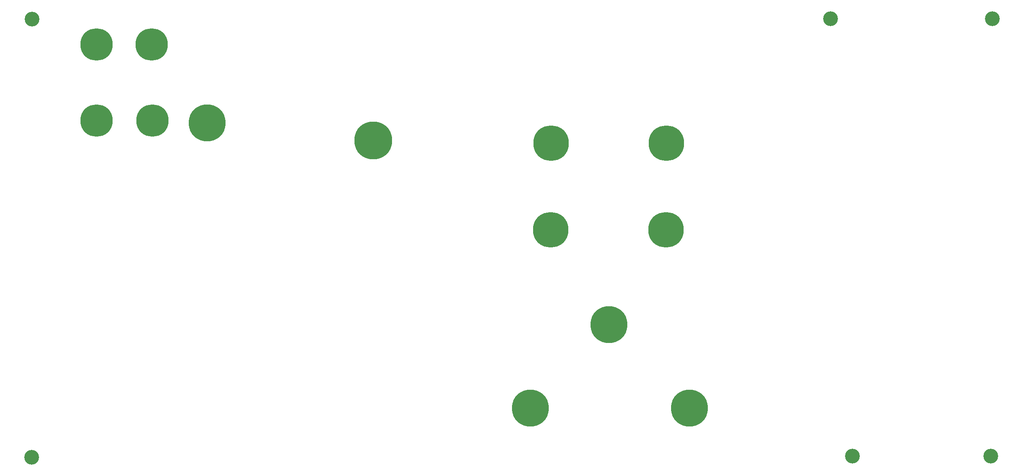
<source format=gbr>
%TF.GenerationSoftware,KiCad,Pcbnew,8.0.8*%
%TF.CreationDate,2025-03-17T17:16:47+00:00*%
%TF.ProjectId,memlnaut_0_1_joystick,6d656d6c-6e61-4757-945f-305f315f6a6f,rev?*%
%TF.SameCoordinates,Original*%
%TF.FileFunction,Soldermask,Top*%
%TF.FilePolarity,Negative*%
%FSLAX46Y46*%
G04 Gerber Fmt 4.6, Leading zero omitted, Abs format (unit mm)*
G04 Created by KiCad (PCBNEW 8.0.8) date 2025-03-17 17:16:47*
%MOMM*%
%LPD*%
G01*
G04 APERTURE LIST*
%ADD10C,3.200000*%
%ADD11C,8.000000*%
%ADD12C,7.000000*%
%ADD13C,7.700000*%
%ADD14C,8.200000*%
G04 APERTURE END LIST*
D10*
%TO.C,REF\u002A\u002A*%
X268040000Y-45390000D03*
%TD*%
D11*
%TO.C,REF\u002A\u002A*%
X97980000Y-67942500D03*
%TD*%
D10*
%TO.C,REF\u002A\u002A*%
X233040000Y-45390000D03*
%TD*%
%TO.C,REF\u002A\u002A*%
X60030000Y-45430000D03*
%TD*%
D12*
%TO.C,REF\u002A\u002A*%
X73970000Y-67510001D03*
%TD*%
D13*
%TO.C,REF\u002A\u002A*%
X172410000Y-91150000D03*
%TD*%
D11*
%TO.C,REF\u002A\u002A*%
X202440000Y-129860000D03*
%TD*%
D12*
%TO.C,REF\u002A\u002A*%
X86080000Y-67500001D03*
%TD*%
D10*
%TO.C,REF\u002A\u002A*%
X59980000Y-140540000D03*
%TD*%
D14*
%TO.C,REF\u002A\u002A*%
X133980000Y-71750000D03*
%TD*%
D13*
%TO.C,REF\u002A\u002A*%
X197390000Y-91140000D03*
%TD*%
D11*
%TO.C,REF\u002A\u002A*%
X185010000Y-111730000D03*
%TD*%
D13*
%TO.C,*%
X172460000Y-72380000D03*
%TD*%
D10*
%TO.C,REF\u002A\u002A*%
X237760000Y-140250000D03*
%TD*%
D13*
%TO.C,REF\u002A\u002A*%
X197440000Y-72370000D03*
%TD*%
D10*
%TO.C,REF\u002A\u002A*%
X267740000Y-140240000D03*
%TD*%
D12*
%TO.C,REF\u002A\u002A*%
X85990000Y-50930001D03*
%TD*%
D11*
%TO.C,REF\u002A\u002A*%
X167970000Y-129850000D03*
%TD*%
D12*
%TO.C,REF\u002A\u002A*%
X74010000Y-50960000D03*
%TD*%
M02*

</source>
